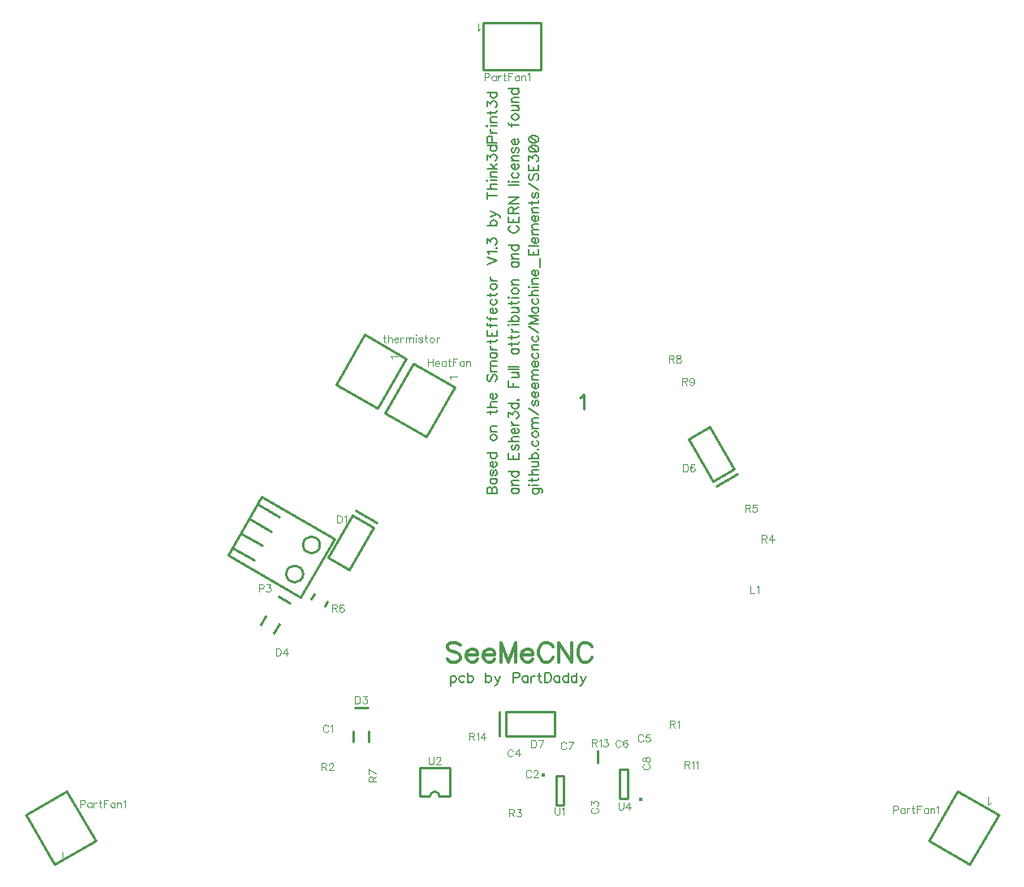
<source format=gbr>
G04 DipTrace 3.2.0.1*
G04 TopSilk.gbr*
%MOIN*%
G04 #@! TF.FileFunction,Legend,Top*
G04 #@! TF.Part,Single*
%ADD10C,0.01*%
%ADD38C,0.015395*%
%ADD86C,0.004632*%
%ADD88C,0.006176*%
%ADD90C,0.012351*%
%ADD91C,0.009264*%
%FSLAX26Y26*%
G04*
G70*
G90*
G75*
G01*
G04 TopSilk*
%LPD*%
X3356091Y1390001D2*
D10*
Y1441143D1*
X2437247Y2355317D2*
X2337258Y2182106D1*
X2250648Y2232106D1*
X2350657Y2405317D1*
X2437247Y2355317D1*
X2449751Y2376962D2*
X2363141Y2426962D1*
X2412509Y1616596D2*
X2357391D1*
X2416443Y1521128D2*
Y1477824D1*
X2353457Y1521128D2*
Y1477824D1*
X2092577Y2046394D2*
X2044845Y2073952D1*
X2048253Y1961740D2*
X2026599Y1924256D1*
X1993706Y1993238D2*
X1972052Y1955732D1*
X3828934Y2548321D2*
X3728925Y2721532D1*
X3815535Y2771531D1*
X3915524Y2598321D1*
X3828934Y2548321D1*
X3841418Y2526676D2*
X3928028Y2576675D1*
X2977642Y1599516D2*
X3177644D1*
Y1499516D1*
X2977642D1*
Y1599516D1*
X2952644D2*
Y1499516D1*
X1838461Y2243906D2*
X1976364Y2482736D1*
X2275140Y2310215D1*
X2137237Y2071385D1*
X1838461Y2243906D1*
X2077499Y2165646D2*
G02X2077499Y2165646I34498J0D01*
G01*
X2146494Y2285143D2*
G02X2146494Y2285143I34498J0D01*
G01*
X1855710Y2273770D2*
X1945360Y2222022D1*
X1890208Y2333539D2*
X1979858Y2281791D1*
X1924705Y2393267D2*
X2014355Y2341519D1*
X1959203Y2453036D2*
X2048853Y2401288D1*
X2282298Y2944970D2*
X2399906Y3148674D1*
X2569636Y3050684D1*
X2452029Y2846980D1*
X2282298Y2944970D1*
X2481411Y2827722D2*
X2599022Y3031419D1*
X2768728Y2933432D1*
X2651149Y2729736D1*
X2481411Y2827722D1*
X3121744Y4235177D2*
X2886539D1*
Y4431158D1*
X3121744D1*
Y4235177D1*
X1177193Y1274058D2*
X1294796Y1070362D1*
X1125072Y972375D1*
X1007469Y1176072D1*
X1177193Y1274058D1*
X4714236Y1069825D2*
X4831838Y1273522D1*
X5001562Y1175535D1*
X4883959Y971838D1*
X4714236Y1069825D1*
X2192366Y2083774D2*
X2180587Y2063374D1*
X2246854Y2052321D2*
X2235075Y2031921D1*
D38*
X3130825Y1341237D3*
X3184890Y1335974D2*
D10*
Y1217866D1*
X3216381Y1335974D2*
Y1217866D1*
X3184890D2*
X3216381D1*
X3184890Y1335974D2*
X3216381D1*
X2750010Y1252003D2*
Y1370113D1*
X2624042Y1252003D2*
Y1370113D1*
X2750010D2*
X2624042D1*
X2750010Y1252003D2*
X2706714D1*
X2667338D2*
X2624042D1*
X2706714D2*
G03X2667338Y1252003I-19688J13D01*
G01*
D38*
X3532771Y1238759D3*
X3478706Y1244022D2*
D10*
Y1362130D1*
X3447215Y1244022D2*
Y1362130D1*
X3478706D2*
X3447215D1*
X3478706Y1244022D2*
X3447215D1*
X2249948Y1539211D2*
D86*
X2248523Y1542062D1*
X2245637Y1544948D1*
X2242786Y1546373D1*
X2237049D1*
X2234164Y1544948D1*
X2231312Y1542062D1*
X2229852Y1539211D1*
X2228427Y1534900D1*
Y1527703D1*
X2229852Y1523426D1*
X2231312Y1520540D1*
X2234164Y1517689D1*
X2237049Y1516229D1*
X2242786D1*
X2245637Y1517689D1*
X2248523Y1520540D1*
X2249948Y1523426D1*
X2259212Y1540603D2*
X2262097Y1542062D1*
X2266408Y1546340D1*
Y1516229D1*
X3082245Y1353028D2*
X3080819Y1355880D1*
X3077934Y1358765D1*
X3075082Y1360191D1*
X3069345D1*
X3066460Y1358765D1*
X3063608Y1355880D1*
X3062149Y1353028D1*
X3060723Y1348717D1*
Y1341521D1*
X3062149Y1337243D1*
X3063608Y1334358D1*
X3066460Y1331506D1*
X3069345Y1330047D1*
X3075082D1*
X3077934Y1331506D1*
X3080819Y1334358D1*
X3082245Y1337243D1*
X3092968Y1352995D2*
Y1354421D1*
X3094394Y1357306D1*
X3095820Y1358732D1*
X3098705Y1360158D1*
X3104442D1*
X3107294Y1358732D1*
X3108720Y1357306D1*
X3110179Y1354421D1*
Y1351569D1*
X3108720Y1348684D1*
X3105868Y1344406D1*
X3091509Y1330047D1*
X3111605D1*
X3334544Y1203946D2*
X3331692Y1202520D1*
X3328807Y1199635D1*
X3327381Y1196783D1*
Y1191046D1*
X3328807Y1188161D1*
X3331692Y1185309D1*
X3334544Y1183850D1*
X3338855Y1182424D1*
X3346051D1*
X3350329Y1183850D1*
X3353214Y1185309D1*
X3356066Y1188161D1*
X3357525Y1191046D1*
Y1196783D1*
X3356066Y1199635D1*
X3353214Y1202520D1*
X3350329Y1203946D1*
X3327414Y1216095D2*
Y1231847D1*
X3338888Y1223258D1*
Y1227569D1*
X3340314Y1230421D1*
X3341740Y1231846D1*
X3346051Y1233306D1*
X3348903D1*
X3353214Y1231846D1*
X3356099Y1228995D1*
X3357525Y1224684D1*
Y1220373D1*
X3356099Y1216095D1*
X3354640Y1214669D1*
X3351788Y1213210D1*
X3007532Y1438279D2*
X3006106Y1441131D1*
X3003221Y1444016D1*
X3000369Y1445442D1*
X2994632D1*
X2991747Y1444016D1*
X2988895Y1441131D1*
X2987436Y1438279D1*
X2986010Y1433968D1*
Y1426772D1*
X2987436Y1422494D1*
X2988895Y1419609D1*
X2991747Y1416757D1*
X2994632Y1415298D1*
X3000369D1*
X3003221Y1416757D1*
X3006106Y1419609D1*
X3007532Y1422494D1*
X3031155Y1415298D2*
Y1445409D1*
X3016796Y1425346D1*
X3038318D1*
X3542218Y1500392D2*
X3540792Y1503244D1*
X3537907Y1506129D1*
X3535055Y1507555D1*
X3529318D1*
X3526433Y1506129D1*
X3523581Y1503244D1*
X3522122Y1500392D1*
X3520696Y1496081D1*
Y1488885D1*
X3522122Y1484607D1*
X3523581Y1481722D1*
X3526433Y1478870D1*
X3529318Y1477411D1*
X3535055D1*
X3537907Y1478870D1*
X3540792Y1481722D1*
X3542218Y1484607D1*
X3568692Y1507521D2*
X3554366D1*
X3552940Y1494622D1*
X3554366Y1496047D1*
X3558677Y1497507D1*
X3562955D1*
X3567266Y1496047D1*
X3570151Y1493196D1*
X3571577Y1488885D1*
Y1486033D1*
X3570151Y1481722D1*
X3567266Y1478837D1*
X3562955Y1477411D1*
X3558677D1*
X3554366Y1478837D1*
X3552940Y1480296D1*
X3551481Y1483148D1*
X3450778Y1477871D2*
X3449352Y1480723D1*
X3446467Y1483608D1*
X3443615Y1485034D1*
X3437878D1*
X3434993Y1483608D1*
X3432141Y1480723D1*
X3430682Y1477871D1*
X3429256Y1473560D1*
Y1466364D1*
X3430682Y1462086D1*
X3432141Y1459201D1*
X3434993Y1456349D1*
X3437878Y1454890D1*
X3443615D1*
X3446467Y1456349D1*
X3449352Y1459201D1*
X3450778Y1462086D1*
X3477252Y1480723D2*
X3475826Y1483574D1*
X3471515Y1485000D1*
X3468664D1*
X3464353Y1483574D1*
X3461467Y1479263D1*
X3460042Y1472101D1*
Y1464938D1*
X3461467Y1459201D1*
X3464353Y1456316D1*
X3468664Y1454890D1*
X3470090D1*
X3474367Y1456316D1*
X3477252Y1459201D1*
X3478678Y1463512D1*
Y1464938D1*
X3477252Y1469249D1*
X3474367Y1472101D1*
X3470090Y1473526D1*
X3468664D1*
X3464353Y1472101D1*
X3461467Y1469249D1*
X3460042Y1464938D1*
X3225567Y1469322D2*
X3224141Y1472174D1*
X3221256Y1475059D1*
X3218404Y1476485D1*
X3212667D1*
X3209782Y1475059D1*
X3206930Y1472174D1*
X3205471Y1469322D1*
X3204045Y1465011D1*
Y1457815D1*
X3205471Y1453537D1*
X3206930Y1450652D1*
X3209782Y1447800D1*
X3212667Y1446341D1*
X3218404D1*
X3221256Y1447800D1*
X3224141Y1450652D1*
X3225567Y1453537D1*
X3240567Y1446341D2*
X3254926Y1476452D1*
X3234830D1*
X3547244Y1385135D2*
X3544392Y1383709D1*
X3541507Y1380824D1*
X3540081Y1377972D1*
Y1372235D1*
X3541507Y1369350D1*
X3544392Y1366498D1*
X3547244Y1365039D1*
X3551555Y1363613D1*
X3558751D1*
X3563029Y1365039D1*
X3565914Y1366498D1*
X3568766Y1369350D1*
X3570225Y1372235D1*
Y1377972D1*
X3568766Y1380824D1*
X3565914Y1383709D1*
X3563029Y1385135D1*
X3540114Y1401561D2*
X3541540Y1397283D1*
X3544392Y1395824D1*
X3547277D1*
X3550129Y1397283D1*
X3551588Y1400135D1*
X3553014Y1405872D1*
X3554440Y1410183D1*
X3557325Y1413035D1*
X3560177Y1414461D1*
X3564488D1*
X3567340Y1413035D1*
X3568799Y1411609D1*
X3570225Y1407298D1*
Y1401561D1*
X3568799Y1397283D1*
X3567340Y1395824D1*
X3564488Y1394398D1*
X3560177D1*
X3557325Y1395824D1*
X3554440Y1398709D1*
X3553014Y1402987D1*
X3551588Y1408724D1*
X3550129Y1411609D1*
X3547277Y1413035D1*
X3544392D1*
X3541540Y1411609D1*
X3540114Y1407298D1*
Y1401561D1*
X2285710Y2406200D2*
Y2376056D1*
X2295758D1*
X2300069Y2377515D1*
X2302954Y2380367D1*
X2304380Y2383252D1*
X2305806Y2387530D1*
Y2394726D1*
X2304380Y2399037D1*
X2302954Y2401889D1*
X2300069Y2404774D1*
X2295758Y2406200D1*
X2285710D1*
X2315070Y2400430D2*
X2317955Y2401889D1*
X2322266Y2406167D1*
Y2376056D1*
X2360222Y1663803D2*
Y1633659D1*
X2370270D1*
X2374581Y1635118D1*
X2377466Y1637970D1*
X2378892Y1640855D1*
X2380318Y1645133D1*
Y1652329D1*
X2378892Y1656640D1*
X2377466Y1659492D1*
X2374581Y1662377D1*
X2370270Y1663803D1*
X2360222D1*
X2392467Y1663769D2*
X2408219D1*
X2399630Y1652295D1*
X2403941D1*
X2406793Y1650870D1*
X2408219Y1649444D1*
X2409678Y1645133D1*
Y1642281D1*
X2408219Y1637970D1*
X2405367Y1635085D1*
X2401056Y1633659D1*
X2396745D1*
X2392467Y1635085D1*
X2391041Y1636544D1*
X2389582Y1639396D1*
X2034399Y1860886D2*
Y1830742D1*
X2044447D1*
X2048758Y1832201D1*
X2051643Y1835053D1*
X2053069Y1837938D1*
X2054495Y1842216D1*
Y1849412D1*
X2053069Y1853723D1*
X2051643Y1856575D1*
X2048758Y1859460D1*
X2044447Y1860886D1*
X2034399D1*
X2078118Y1830742D2*
Y1860853D1*
X2063759Y1840790D1*
X2085281D1*
X3706709Y2616872D2*
Y2586728D1*
X3716757D1*
X3721068Y2588187D1*
X3723953Y2591039D1*
X3725379Y2593924D1*
X3726805Y2598202D1*
Y2605398D1*
X3725379Y2609709D1*
X3723953Y2612561D1*
X3721068Y2615446D1*
X3716757Y2616872D1*
X3706709D1*
X3753280Y2612561D2*
X3751854Y2615413D1*
X3747543Y2616839D1*
X3744691D1*
X3740380Y2615413D1*
X3737495Y2611102D1*
X3736069Y2603939D1*
Y2596776D1*
X3737495Y2591039D1*
X3740380Y2588154D1*
X3744691Y2586728D1*
X3746117D1*
X3750395Y2588154D1*
X3753280Y2591039D1*
X3754706Y2595350D1*
Y2596776D1*
X3753280Y2601087D1*
X3750395Y2603939D1*
X3746117Y2605365D1*
X3744691D1*
X3740380Y2603939D1*
X3737495Y2601087D1*
X3736069Y2596776D1*
X3083417Y1483450D2*
Y1453306D1*
X3093465D1*
X3097776Y1454765D1*
X3100661Y1457617D1*
X3102087Y1460502D1*
X3103513Y1464780D1*
Y1471976D1*
X3102087Y1476287D1*
X3100661Y1479139D1*
X3097776Y1482024D1*
X3093465Y1483450D1*
X3083417D1*
X3118513Y1453306D2*
X3132872Y1483416D1*
X3112776D1*
X3981035Y2117549D2*
Y2087405D1*
X3998246D1*
X4007509Y2111779D2*
X4010394Y2113238D1*
X4014705Y2117516D1*
Y2087405D1*
X1965028Y2106290D2*
X1977961D1*
X1982239Y2107716D1*
X1983698Y2109175D1*
X1985124Y2112027D1*
Y2116338D1*
X1983698Y2119190D1*
X1982239Y2120649D1*
X1977961Y2122075D1*
X1965028D1*
Y2091931D1*
X1997273Y2122042D2*
X2013025D1*
X2004436Y2110568D1*
X2008747D1*
X2011599Y2109142D1*
X2013025Y2107716D1*
X2014484Y2103405D1*
Y2100553D1*
X2013025Y2096242D1*
X2010173Y2093357D1*
X2005862Y2091931D1*
X2001551D1*
X1997273Y2093357D1*
X1995847Y2094816D1*
X1994388Y2097668D1*
X2478642Y3147608D2*
Y3123201D1*
X2480068Y3118923D1*
X2482953Y3117464D1*
X2485805D1*
X2474331Y3137560D2*
X2484379D1*
X2495068Y3147608D2*
Y3117464D1*
Y3131823D2*
X2499379Y3136134D1*
X2502264Y3137560D1*
X2506575D1*
X2509427Y3136134D1*
X2510853Y3131823D1*
Y3117464D1*
X2520117Y3128938D2*
X2537328D1*
Y3131823D1*
X2535902Y3134708D1*
X2534476Y3136134D1*
X2531591Y3137560D1*
X2527280D1*
X2524428Y3136134D1*
X2521543Y3133249D1*
X2520117Y3128938D1*
Y3126086D1*
X2521543Y3121775D1*
X2524428Y3118923D1*
X2527280Y3117464D1*
X2531591D1*
X2534476Y3118923D1*
X2537328Y3121775D1*
X2546591Y3137560D2*
Y3117464D1*
Y3128938D2*
X2548050Y3133249D1*
X2550902Y3136134D1*
X2553787Y3137560D1*
X2558098D1*
X2567362D2*
Y3117464D1*
Y3131823D2*
X2571673Y3136134D1*
X2574558Y3137560D1*
X2578836D1*
X2581721Y3136134D1*
X2583147Y3131823D1*
Y3117464D1*
Y3131823D2*
X2587458Y3136134D1*
X2590343Y3137560D1*
X2594621D1*
X2597506Y3136134D1*
X2598965Y3131823D1*
Y3117464D1*
X2608228Y3147608D2*
X2609654Y3146182D1*
X2611114Y3147608D1*
X2609654Y3149067D1*
X2608228Y3147608D1*
X2609654Y3137560D2*
Y3117464D1*
X2636162Y3133249D2*
X2634736Y3136134D1*
X2630425Y3137560D1*
X2626114D1*
X2621803Y3136134D1*
X2620377Y3133249D1*
X2621803Y3130397D1*
X2624688Y3128938D1*
X2631851Y3127512D1*
X2634736Y3126086D1*
X2636162Y3123201D1*
Y3121775D1*
X2634736Y3118923D1*
X2630425Y3117464D1*
X2626114D1*
X2621803Y3118923D1*
X2620377Y3121775D1*
X2649737Y3147608D2*
Y3123201D1*
X2651163Y3118923D1*
X2654048Y3117464D1*
X2656900D1*
X2645426Y3137560D2*
X2655474D1*
X2673326D2*
X2670474Y3136134D1*
X2667589Y3133249D1*
X2666163Y3128938D1*
Y3126086D1*
X2667589Y3121775D1*
X2670474Y3118923D1*
X2673326Y3117464D1*
X2677637D1*
X2680522Y3118923D1*
X2683374Y3121775D1*
X2684833Y3126086D1*
Y3128938D1*
X2683374Y3133249D1*
X2680522Y3136134D1*
X2677637Y3137560D1*
X2673326D1*
X2694097D2*
Y3117464D1*
Y3128938D2*
X2695556Y3133249D1*
X2698408Y3136134D1*
X2701293Y3137560D1*
X2705604D1*
X2658820Y3050133D2*
Y3019989D1*
X2678916Y3050133D2*
Y3019989D1*
X2658820Y3035774D2*
X2678916D1*
X2688180Y3031462D2*
X2705391D1*
Y3034348D1*
X2703965Y3037233D1*
X2702539Y3038659D1*
X2699654Y3040085D1*
X2695343D1*
X2692491Y3038659D1*
X2689606Y3035774D1*
X2688180Y3031462D1*
Y3028611D1*
X2689606Y3024300D1*
X2692491Y3021448D1*
X2695343Y3019989D1*
X2699654D1*
X2702539Y3021448D1*
X2705391Y3024300D1*
X2731865Y3040085D2*
Y3019989D1*
Y3035774D2*
X2729013Y3038659D1*
X2726128Y3040085D1*
X2721850D1*
X2718965Y3038659D1*
X2716113Y3035774D1*
X2714654Y3031462D1*
Y3028611D1*
X2716113Y3024300D1*
X2718965Y3021448D1*
X2721850Y3019989D1*
X2726128D1*
X2729013Y3021448D1*
X2731865Y3024300D1*
X2745440Y3050133D2*
Y3025726D1*
X2746866Y3021448D1*
X2749751Y3019989D1*
X2752603D1*
X2741129Y3040085D2*
X2751177D1*
X2780536Y3050133D2*
X2761866D1*
Y3019989D1*
Y3035774D2*
X2773340D1*
X2807011Y3040085D2*
Y3019989D1*
Y3035774D2*
X2804159Y3038659D1*
X2801274Y3040085D1*
X2796996D1*
X2794111Y3038659D1*
X2791259Y3035774D1*
X2789800Y3031462D1*
Y3028611D1*
X2791259Y3024300D1*
X2794111Y3021448D1*
X2796996Y3019989D1*
X2801274D1*
X2804159Y3021448D1*
X2807011Y3024300D1*
X2816274Y3040085D2*
Y3019989D1*
Y3034348D2*
X2820585Y3038659D1*
X2823470Y3040085D1*
X2827748D1*
X2830633Y3038659D1*
X2832059Y3034348D1*
Y3019989D1*
X2890971Y4207217D2*
X2903904D1*
X2908182Y4208643D1*
X2909641Y4210102D1*
X2911067Y4212954D1*
Y4217265D1*
X2909641Y4220117D1*
X2908182Y4221576D1*
X2903904Y4223002D1*
X2890971D1*
Y4192858D1*
X2937542Y4212954D2*
Y4192858D1*
Y4208643D2*
X2934690Y4211528D1*
X2931805Y4212954D1*
X2927527D1*
X2924642Y4211528D1*
X2921790Y4208643D1*
X2920331Y4204332D1*
Y4201480D1*
X2921790Y4197169D1*
X2924642Y4194317D1*
X2927527Y4192858D1*
X2931805D1*
X2934690Y4194317D1*
X2937542Y4197169D1*
X2946805Y4212954D2*
Y4192858D1*
Y4204332D2*
X2948264Y4208643D1*
X2951116Y4211528D1*
X2954001Y4212954D1*
X2958312D1*
X2971887Y4223002D2*
Y4198595D1*
X2973313Y4194317D1*
X2976198Y4192858D1*
X2979050D1*
X2967576Y4212954D2*
X2977624D1*
X3006983Y4223002D2*
X2988313D1*
Y4192858D1*
Y4208643D2*
X2999787D1*
X3033458Y4212954D2*
Y4192858D1*
Y4208643D2*
X3030606Y4211528D1*
X3027721Y4212954D1*
X3023443D1*
X3020558Y4211528D1*
X3017706Y4208643D1*
X3016247Y4204332D1*
Y4201480D1*
X3017706Y4197169D1*
X3020558Y4194317D1*
X3023443Y4192858D1*
X3027721D1*
X3030606Y4194317D1*
X3033458Y4197169D1*
X3042721Y4212954D2*
Y4192858D1*
Y4207217D2*
X3047032Y4211528D1*
X3049917Y4212954D1*
X3054195D1*
X3057080Y4211528D1*
X3058506Y4207217D1*
Y4192858D1*
X3067770Y4217232D2*
X3070655Y4218691D1*
X3074966Y4222969D1*
Y4192858D1*
X1231135Y1221414D2*
X1244068D1*
X1248346Y1222840D1*
X1249805Y1224300D1*
X1251231Y1227151D1*
Y1231462D1*
X1249805Y1234314D1*
X1248346Y1235774D1*
X1244068Y1237199D1*
X1231135D1*
Y1207055D1*
X1277706Y1227151D2*
Y1207055D1*
Y1222840D2*
X1274854Y1225726D1*
X1271969Y1227151D1*
X1267691D1*
X1264806Y1225726D1*
X1261954Y1222840D1*
X1260495Y1218529D1*
Y1215678D1*
X1261954Y1211366D1*
X1264806Y1208515D1*
X1267691Y1207055D1*
X1271969D1*
X1274854Y1208515D1*
X1277706Y1211366D1*
X1286969Y1227151D2*
Y1207055D1*
Y1218529D2*
X1288428Y1222840D1*
X1291280Y1225726D1*
X1294165Y1227151D1*
X1298476D1*
X1312051Y1237199D2*
Y1212792D1*
X1313477Y1208515D1*
X1316362Y1207055D1*
X1319214D1*
X1307740Y1227151D2*
X1317788D1*
X1347147Y1237199D2*
X1328477D1*
Y1207055D1*
Y1222840D2*
X1339951D1*
X1373622Y1227151D2*
Y1207055D1*
Y1222840D2*
X1370770Y1225726D1*
X1367885Y1227151D1*
X1363607D1*
X1360722Y1225726D1*
X1357870Y1222840D1*
X1356411Y1218529D1*
Y1215678D1*
X1357870Y1211366D1*
X1360722Y1208515D1*
X1363607Y1207055D1*
X1367885D1*
X1370770Y1208515D1*
X1373622Y1211366D1*
X1382885Y1227151D2*
Y1207055D1*
Y1221414D2*
X1387196Y1225726D1*
X1390081Y1227151D1*
X1394359D1*
X1397244Y1225726D1*
X1398670Y1221414D1*
Y1207055D1*
X1407934Y1231429D2*
X1410819Y1232888D1*
X1415130Y1237166D1*
Y1207055D1*
X4569151Y1197878D2*
X4582084D1*
X4586362Y1199304D1*
X4587821Y1200763D1*
X4589247Y1203615D1*
Y1207926D1*
X4587821Y1210778D1*
X4586362Y1212237D1*
X4582084Y1213663D1*
X4569151D1*
Y1183519D1*
X4615721Y1203615D2*
Y1183519D1*
Y1199304D2*
X4612869Y1202189D1*
X4609984Y1203615D1*
X4605706D1*
X4602821Y1202189D1*
X4599970Y1199304D1*
X4598510Y1194993D1*
Y1192141D1*
X4599970Y1187830D1*
X4602821Y1184978D1*
X4605706Y1183519D1*
X4609984D1*
X4612869Y1184978D1*
X4615721Y1187830D1*
X4624985Y1203615D2*
Y1183519D1*
Y1194993D2*
X4626444Y1199304D1*
X4629296Y1202189D1*
X4632181Y1203615D1*
X4636492D1*
X4650067Y1213663D2*
Y1189256D1*
X4651493Y1184978D1*
X4654378Y1183519D1*
X4657229D1*
X4645756Y1203615D2*
X4655804D1*
X4685163Y1213663D2*
X4666493D1*
Y1183519D1*
Y1199304D2*
X4677967D1*
X4711638Y1203615D2*
Y1183519D1*
Y1199304D2*
X4708786Y1202189D1*
X4705901Y1203615D1*
X4701623D1*
X4698738Y1202189D1*
X4695886Y1199304D1*
X4694427Y1194993D1*
Y1192141D1*
X4695886Y1187830D1*
X4698738Y1184978D1*
X4701623Y1183519D1*
X4705901D1*
X4708786Y1184978D1*
X4711638Y1187830D1*
X4720901Y1203615D2*
Y1183519D1*
Y1197878D2*
X4725212Y1202189D1*
X4728097Y1203615D1*
X4732375D1*
X4735260Y1202189D1*
X4736686Y1197878D1*
Y1183519D1*
X4745950Y1207893D2*
X4748835Y1209352D1*
X4753146Y1213630D1*
Y1183519D1*
X3652779Y1549421D2*
X3665679D1*
X3669990Y1550880D1*
X3671449Y1552306D1*
X3672875Y1555158D1*
Y1558043D1*
X3671449Y1560895D1*
X3669990Y1562354D1*
X3665679Y1563780D1*
X3652779D1*
Y1533636D1*
X3662827Y1549421D2*
X3672875Y1533636D1*
X3682138Y1558010D2*
X3685023Y1559469D1*
X3689334Y1563747D1*
Y1533636D1*
X2221819Y1374241D2*
X2234719D1*
X2239030Y1375701D1*
X2240490Y1377127D1*
X2241915Y1379978D1*
Y1382864D1*
X2240490Y1385715D1*
X2239030Y1387175D1*
X2234719Y1388601D1*
X2221819D1*
Y1358457D1*
X2231867Y1374241D2*
X2241915Y1358457D1*
X2252638Y1381404D2*
Y1382830D1*
X2254064Y1385715D1*
X2255490Y1387141D1*
X2258375Y1388567D1*
X2264112D1*
X2266964Y1387141D1*
X2268390Y1385715D1*
X2269849Y1382830D1*
Y1379978D1*
X2268390Y1377093D1*
X2265538Y1372816D1*
X2251179Y1358457D1*
X2271275D1*
X2992439Y1184794D2*
X3005339D1*
X3009650Y1186253D1*
X3011109Y1187679D1*
X3012535Y1190531D1*
Y1193416D1*
X3011109Y1196268D1*
X3009650Y1197727D1*
X3005339Y1199153D1*
X2992439D1*
Y1169009D1*
X3002487Y1184794D2*
X3012535Y1169009D1*
X3024684Y1199120D2*
X3040435D1*
X3031846Y1187646D1*
X3036157D1*
X3039009Y1186220D1*
X3040435Y1184794D1*
X3041894Y1180483D1*
Y1177631D1*
X3040435Y1173320D1*
X3037583Y1170435D1*
X3033272Y1169009D1*
X3028961D1*
X3024684Y1170435D1*
X3023258Y1171894D1*
X3021798Y1174746D1*
X4030091Y2310821D2*
X4042991D1*
X4047302Y2312280D1*
X4048761Y2313706D1*
X4050187Y2316558D1*
Y2319443D1*
X4048761Y2322295D1*
X4047302Y2323754D1*
X4042991Y2325180D1*
X4030091D1*
Y2295036D1*
X4040139Y2310821D2*
X4050187Y2295036D1*
X4073809D2*
Y2325147D1*
X4059450Y2305084D1*
X4080972D1*
X3960804Y2436116D2*
X3973704D1*
X3978015Y2437575D1*
X3979474Y2439001D1*
X3980900Y2441853D1*
Y2444738D1*
X3979474Y2447590D1*
X3978015Y2449049D1*
X3973704Y2450475D1*
X3960804D1*
Y2420331D1*
X3970852Y2436116D2*
X3980900Y2420331D1*
X4007374Y2450442D2*
X3993048D1*
X3991622Y2437542D1*
X3993048Y2438968D1*
X3997359Y2440427D1*
X4001637D1*
X4005948Y2438968D1*
X4008833Y2436116D1*
X4010259Y2431805D1*
Y2428953D1*
X4008833Y2424642D1*
X4005948Y2421757D1*
X4001637Y2420331D1*
X3997359D1*
X3993048Y2421757D1*
X3991622Y2423216D1*
X3990163Y2426068D1*
X2266301Y2025670D2*
X2279201D1*
X2283512Y2027129D1*
X2284971Y2028555D1*
X2286397Y2031407D1*
Y2034292D1*
X2284971Y2037144D1*
X2283512Y2038603D1*
X2279201Y2040029D1*
X2266301D1*
Y2009885D1*
X2276349Y2025670D2*
X2286397Y2009885D1*
X2312871Y2035718D2*
X2311446Y2038570D1*
X2307134Y2039996D1*
X2304283D1*
X2299972Y2038570D1*
X2297086Y2034259D1*
X2295661Y2027096D1*
Y2019933D1*
X2297086Y2014196D1*
X2299972Y2011311D1*
X2304283Y2009885D1*
X2305709D1*
X2309986Y2011311D1*
X2312871Y2014196D1*
X2314297Y2018507D1*
Y2019933D1*
X2312871Y2024244D1*
X2309986Y2027096D1*
X2305709Y2028522D1*
X2304283D1*
X2299972Y2027096D1*
X2297086Y2024244D1*
X2295661Y2019933D1*
X2431192Y1313292D2*
Y1326192D1*
X2429733Y1330503D1*
X2428307Y1331962D1*
X2425455Y1333388D1*
X2422570D1*
X2419718Y1331962D1*
X2418259Y1330503D1*
X2416833Y1326192D1*
Y1313292D1*
X2446977D1*
X2431192Y1323340D2*
X2446977Y1333388D1*
Y1348388D2*
X2416866Y1362748D1*
Y1342652D1*
X3648039Y3049415D2*
X3660939D1*
X3665250Y3050874D1*
X3666710Y3052300D1*
X3668135Y3055152D1*
Y3058037D1*
X3666710Y3060889D1*
X3665250Y3062348D1*
X3660939Y3063774D1*
X3648039D1*
Y3033630D1*
X3658087Y3049415D2*
X3668135Y3033630D1*
X3684562Y3063741D2*
X3680284Y3062315D1*
X3678825Y3059463D1*
Y3056578D1*
X3680284Y3053726D1*
X3683136Y3052267D1*
X3688873Y3050841D1*
X3693184Y3049415D1*
X3696036Y3046530D1*
X3697462Y3043678D1*
Y3039367D1*
X3696036Y3036515D1*
X3694610Y3035056D1*
X3690299Y3033630D1*
X3684562D1*
X3680284Y3035056D1*
X3678825Y3036515D1*
X3677399Y3039367D1*
Y3043678D1*
X3678825Y3046530D1*
X3681710Y3049415D1*
X3685988Y3050841D1*
X3691725Y3052267D1*
X3694610Y3053726D1*
X3696036Y3056578D1*
Y3059463D1*
X3694610Y3062315D1*
X3690299Y3063741D1*
X3684562D1*
X3702935Y2957300D2*
X3715835D1*
X3720146Y2958759D1*
X3721605Y2960185D1*
X3723031Y2963037D1*
Y2965922D1*
X3721605Y2968774D1*
X3720146Y2970233D1*
X3715835Y2971659D1*
X3702935D1*
Y2941515D1*
X3712983Y2957300D2*
X3723031Y2941515D1*
X3750965Y2961611D2*
X3749506Y2957300D1*
X3746654Y2954415D1*
X3742343Y2952989D1*
X3740917D1*
X3736606Y2954415D1*
X3733754Y2957300D1*
X3732295Y2961611D1*
Y2963037D1*
X3733754Y2967348D1*
X3736606Y2970200D1*
X3740917Y2971626D1*
X3742343D1*
X3746654Y2970200D1*
X3749506Y2967348D1*
X3750965Y2961611D1*
Y2954415D1*
X3749506Y2947252D1*
X3746654Y2942941D1*
X3742343Y2941515D1*
X3739491D1*
X3735180Y2942941D1*
X3733754Y2945826D1*
X3712477Y1382499D2*
X3725377D1*
X3729688Y1383958D1*
X3731147Y1385384D1*
X3732573Y1388236D1*
Y1391121D1*
X3731147Y1393973D1*
X3729688Y1395432D1*
X3725377Y1396858D1*
X3712477D1*
Y1366714D1*
X3722525Y1382499D2*
X3732573Y1366714D1*
X3741836Y1391088D2*
X3744721Y1392547D1*
X3749032Y1396825D1*
Y1366714D1*
X3758296Y1391088D2*
X3761181Y1392547D1*
X3765492Y1396825D1*
Y1366714D1*
X3332087Y1472419D2*
X3344987D1*
X3349298Y1473878D1*
X3350757Y1475304D1*
X3352183Y1478156D1*
Y1481041D1*
X3350757Y1483893D1*
X3349298Y1485352D1*
X3344987Y1486778D1*
X3332087D1*
Y1456634D1*
X3342135Y1472419D2*
X3352183Y1456634D1*
X3361447Y1481008D2*
X3364332Y1482467D1*
X3368643Y1486745D1*
Y1456634D1*
X3380791Y1486745D2*
X3396543D1*
X3387954Y1475271D1*
X3392265D1*
X3395117Y1473845D1*
X3396543Y1472419D1*
X3398002Y1468108D1*
Y1465256D1*
X3396543Y1460945D1*
X3393691Y1458060D1*
X3389380Y1456634D1*
X3385069D1*
X3380791Y1458060D1*
X3379365Y1459519D1*
X3377906Y1462371D1*
X2828493Y1498581D2*
X2841393D1*
X2845704Y1500040D1*
X2847164Y1501466D1*
X2848589Y1504318D1*
Y1507203D1*
X2847164Y1510055D1*
X2845704Y1511514D1*
X2841393Y1512940D1*
X2828493D1*
Y1482796D1*
X2838541Y1498581D2*
X2848589Y1482796D1*
X2857853Y1507170D2*
X2860738Y1508629D1*
X2865049Y1512907D1*
Y1482796D1*
X2888672D2*
Y1512907D1*
X2874313Y1492844D1*
X2895835D1*
X3180086Y1205296D2*
Y1183774D1*
X3181512Y1179463D1*
X3184397Y1176611D1*
X3188708Y1175152D1*
X3191560D1*
X3195871Y1176611D1*
X3198756Y1179463D1*
X3200182Y1183774D1*
Y1205296D1*
X3209445Y1199526D2*
X3212330Y1200985D1*
X3216641Y1205263D1*
Y1175152D1*
X2662298Y1414047D2*
Y1392525D1*
X2663724Y1388214D1*
X2666609Y1385362D1*
X2670921Y1383903D1*
X2673772D1*
X2678083Y1385362D1*
X2680969Y1388214D1*
X2682394Y1392525D1*
Y1414047D1*
X2693117Y1406851D2*
Y1408277D1*
X2694543Y1411162D1*
X2695969Y1412588D1*
X2698854Y1414014D1*
X2704591D1*
X2707443Y1412588D1*
X2708869Y1411162D1*
X2710328Y1408277D1*
Y1405425D1*
X2708869Y1402540D1*
X2706017Y1398262D1*
X2691658Y1383903D1*
X2711754D1*
X3440693Y1226604D2*
Y1205082D1*
X3442119Y1200771D1*
X3445004Y1197920D1*
X3449315Y1196460D1*
X3452167D1*
X3456478Y1197920D1*
X3459363Y1200771D1*
X3460789Y1205082D1*
Y1226604D1*
X3484412Y1196460D2*
Y1226571D1*
X3470053Y1206508D1*
X3491575D1*
X2901972Y2496273D2*
D88*
X2942164D1*
X2942165Y2513517D1*
X2940219Y2519265D1*
X2938318Y2521166D1*
X2934515Y2523068D1*
X2928767D1*
X2924920Y2521166D1*
X2923019Y2519265D1*
X2921118Y2513517D1*
X2919172Y2519265D1*
X2917271Y2521166D1*
X2913469Y2523068D1*
X2909622D1*
X2905819Y2521166D1*
X2903874Y2519265D1*
X2901973Y2513517D1*
X2901972Y2496273D1*
X2921118D2*
Y2513517D1*
X2915370Y2558367D2*
X2942165D1*
X2921118D2*
X2917271Y2554564D1*
X2915370Y2550718D1*
Y2545014D1*
X2917271Y2541167D1*
X2921118Y2537365D1*
X2926866Y2535419D1*
X2930668D1*
X2936416Y2537364D1*
X2940219Y2541167D1*
X2942165Y2545014D1*
Y2550718D1*
X2940219Y2554564D1*
X2936416Y2558367D1*
X2921118Y2591765D2*
X2917271Y2589864D1*
X2915370Y2584116D1*
Y2578368D1*
X2917271Y2572620D1*
X2921118Y2570718D1*
X2924920Y2572620D1*
X2926866Y2576466D1*
X2928767Y2586017D1*
X2930668Y2589864D1*
X2934515Y2591765D1*
X2936416D1*
X2940219Y2589864D1*
X2942164Y2584116D1*
Y2578368D1*
X2940219Y2572620D1*
X2936416Y2570718D1*
X2926866Y2604116D2*
Y2627064D1*
X2923019D1*
X2919172Y2625163D1*
X2917271Y2623262D1*
X2915370Y2619415D1*
Y2613667D1*
X2917271Y2609864D1*
X2921118Y2606018D1*
X2926866Y2604116D1*
X2930668D1*
X2936416Y2606018D1*
X2940219Y2609864D1*
X2942164Y2613667D1*
Y2619415D1*
X2940219Y2623262D1*
X2936416Y2627064D1*
X2901973Y2662364D2*
X2942164D1*
X2921118D2*
X2917271Y2658561D1*
X2915370Y2654714D1*
Y2648966D1*
X2917271Y2645164D1*
X2921118Y2641317D1*
X2926866Y2639416D1*
X2930668D1*
X2936416Y2641317D1*
X2940219Y2645164D1*
X2942164Y2648966D1*
Y2654714D1*
X2940219Y2658561D1*
X2936416Y2662364D1*
X2915370Y2723146D2*
X2917271Y2719344D1*
X2921118Y2715497D1*
X2926866Y2713596D1*
X2930668D1*
X2936416Y2715497D1*
X2940219Y2719344D1*
X2942164Y2723146D1*
Y2728894D1*
X2940219Y2732741D1*
X2936416Y2736544D1*
X2930668Y2738489D1*
X2926866D1*
X2921118Y2736544D1*
X2917271Y2732741D1*
X2915370Y2728894D1*
Y2723146D1*
Y2750840D2*
X2942164D1*
X2923019D2*
X2917271Y2756589D1*
X2915370Y2760435D1*
Y2766139D1*
X2917271Y2769986D1*
X2923019Y2771887D1*
X2942164D1*
X2901972Y2828867D2*
X2934515D1*
X2940219Y2830769D1*
X2942164Y2834615D1*
Y2838418D1*
X2915370Y2823119D2*
Y2836517D1*
X2901972Y2850769D2*
X2942164D1*
X2923019D2*
X2917271Y2856517D1*
X2915370Y2860364D1*
Y2866112D1*
X2917271Y2869915D1*
X2923019Y2871816D1*
X2942164D1*
X2926866Y2884167D2*
Y2907115D1*
X2923019D1*
X2919172Y2905214D1*
X2917271Y2903313D1*
X2915370Y2899466D1*
Y2893718D1*
X2917271Y2889915D1*
X2921118Y2886069D1*
X2926866Y2884167D1*
X2930668D1*
X2936416Y2886069D1*
X2940219Y2889915D1*
X2942164Y2893718D1*
Y2899466D1*
X2940219Y2903313D1*
X2936416Y2907115D1*
X2907721Y2985142D2*
X2903874Y2981340D1*
X2901972Y2975592D1*
Y2967942D1*
X2903874Y2962194D1*
X2907721Y2958347D1*
X2911523D1*
X2915370Y2960293D1*
X2917271Y2962194D1*
X2919172Y2965997D1*
X2923019Y2977493D1*
X2924920Y2981340D1*
X2926866Y2983241D1*
X2930668Y2985142D1*
X2936416D1*
X2940219Y2981340D1*
X2942164Y2975592D1*
Y2967942D1*
X2940219Y2962194D1*
X2936416Y2958347D1*
X2915370Y2997493D2*
X2942164D1*
X2923019D2*
X2917271Y3003242D1*
X2915370Y3007088D1*
Y3012792D1*
X2917271Y3016639D1*
X2923019Y3018540D1*
X2942164D1*
X2923019D2*
X2917271Y3024288D1*
X2915370Y3028135D1*
Y3033839D1*
X2917271Y3037685D1*
X2923019Y3039631D1*
X2942164D1*
X2915370Y3074930D2*
X2942164D1*
X2921118D2*
X2917271Y3071128D1*
X2915370Y3067281D1*
Y3061577D1*
X2917271Y3057730D1*
X2921118Y3053928D1*
X2926866Y3051982D1*
X2930668D1*
X2936416Y3053928D1*
X2940219Y3057730D1*
X2942164Y3061577D1*
Y3067281D1*
X2940219Y3071128D1*
X2936416Y3074930D1*
X2915370Y3087282D2*
X2942164D1*
X2926866D2*
X2921118Y3089227D1*
X2917271Y3093030D1*
X2915370Y3096876D1*
Y3102625D1*
X2901972Y3120724D2*
X2934515D1*
X2940219Y3122625D1*
X2942164Y3126472D1*
Y3130275D1*
X2915370Y3114976D2*
Y3128373D1*
X2901972Y3167475D2*
Y3142626D1*
X2942164D1*
Y3167475D1*
X2921118Y3142626D2*
Y3157925D1*
X2901972Y3195125D2*
Y3191323D1*
X2903874Y3187476D1*
X2909622Y3185575D1*
X2942164D1*
X2915370Y3179826D2*
Y3193224D1*
X2901972Y3222775D2*
Y3218973D1*
X2903874Y3215126D1*
X2909622Y3213225D1*
X2942164D1*
X2915370Y3207476D2*
Y3220874D1*
X2926866Y3235126D2*
Y3258074D1*
X2923019D1*
X2919172Y3256173D1*
X2917271Y3254272D1*
X2915370Y3250425D1*
Y3244677D1*
X2917271Y3240875D1*
X2921118Y3237028D1*
X2926866Y3235126D1*
X2930668D1*
X2936416Y3237028D1*
X2940219Y3240875D1*
X2942164Y3244677D1*
Y3250425D1*
X2940219Y3254272D1*
X2936416Y3258074D1*
X2921118Y3293418D2*
X2917271Y3289571D1*
X2915370Y3285724D1*
Y3280021D1*
X2917271Y3276174D1*
X2921118Y3272371D1*
X2926866Y3270426D1*
X2930668D1*
X2936416Y3272371D1*
X2940219Y3276174D1*
X2942164Y3280021D1*
Y3285724D1*
X2940219Y3289571D1*
X2936416Y3293418D1*
X2901972Y3311517D2*
X2934515D1*
X2940219Y3313419D1*
X2942164Y3317265D1*
Y3321068D1*
X2915370Y3305769D2*
Y3319167D1*
Y3342970D2*
X2917271Y3339167D1*
X2921118Y3335321D1*
X2926866Y3333419D1*
X2930668D1*
X2936416Y3335321D1*
X2940219Y3339167D1*
X2942164Y3342970D1*
Y3348718D1*
X2940219Y3352565D1*
X2936416Y3356367D1*
X2930668Y3358313D1*
X2926866D1*
X2921118Y3356367D1*
X2917271Y3352565D1*
X2915370Y3348718D1*
Y3342970D1*
Y3370664D2*
X2942164D1*
X2926866D2*
X2921118Y3372610D1*
X2917271Y3376412D1*
X2915370Y3380259D1*
Y3386007D1*
X2901972Y3437239D2*
X2942164Y3452538D1*
X2901972Y3467836D1*
X2909666Y3480188D2*
X2907721Y3484034D1*
X2902017Y3489783D1*
X2942164D1*
X2938318Y3504035D2*
X2940263Y3502134D1*
X2942164Y3504035D1*
X2940263Y3505981D1*
X2938318Y3504035D1*
X2902017Y3522179D2*
Y3543181D1*
X2917315Y3531729D1*
Y3537477D1*
X2919217Y3541280D1*
X2921118Y3543181D1*
X2926866Y3545127D1*
X2930668D1*
X2936416Y3543181D1*
X2940263Y3539379D1*
X2942164Y3533631D1*
Y3527883D1*
X2940263Y3522179D1*
X2938318Y3520278D1*
X2934515Y3518332D1*
X2901972Y3596359D2*
X2942164D1*
X2921118D2*
X2917271Y3600206D1*
X2915370Y3604008D1*
Y3609756D1*
X2917271Y3613559D1*
X2921118Y3617406D1*
X2926866Y3619307D1*
X2930668D1*
X2936416Y3617406D1*
X2940219Y3613559D1*
X2942164Y3609756D1*
Y3604008D1*
X2940219Y3600206D1*
X2936416Y3596359D1*
X2915370Y3633604D2*
X2942164Y3645056D1*
X2949814Y3641253D1*
X2953661Y3637406D1*
X2955562Y3633604D1*
Y3631658D1*
X2915370Y3656552D2*
X2942164Y3645056D1*
X2901972Y3721181D2*
X2942164D1*
X2901972Y3707784D2*
Y3734578D1*
Y3746930D2*
X2942164D1*
X2923019D2*
X2917271Y3752678D1*
X2915370Y3756525D1*
Y3762273D1*
X2917271Y3766075D1*
X2923019Y3767976D1*
X2942164D1*
X2901972Y3780328D2*
X2903874Y3782229D1*
X2901972Y3784175D1*
X2900027Y3782229D1*
X2901972Y3780328D1*
X2915370Y3782229D2*
X2942164D1*
X2915370Y3796526D2*
X2942164D1*
X2923019D2*
X2917271Y3802274D1*
X2915370Y3806121D1*
Y3811825D1*
X2917271Y3815671D1*
X2923019Y3817573D1*
X2942164D1*
X2901972Y3829924D2*
X2942164D1*
X2915370Y3849069D2*
X2934515Y3829924D1*
X2926866Y3837573D2*
X2942164Y3850971D1*
X2902017Y3867169D2*
Y3888171D1*
X2917315Y3876719D1*
Y3882467D1*
X2919217Y3886270D1*
X2921118Y3888171D1*
X2926866Y3890117D1*
X2930668D1*
X2936416Y3888171D1*
X2940263Y3884369D1*
X2942164Y3878621D1*
Y3872873D1*
X2940263Y3867169D1*
X2938318Y3865268D1*
X2934515Y3863322D1*
X2901972Y3925416D2*
X2942164D1*
X2921118D2*
X2917271Y3921614D1*
X2915370Y3917767D1*
Y3912019D1*
X2917271Y3908216D1*
X2921118Y3904369D1*
X2926866Y3902468D1*
X2930668D1*
X2936416Y3904369D1*
X2940219Y3908216D1*
X2942164Y3912019D1*
Y3917767D1*
X2940219Y3921614D1*
X2936416Y3925416D1*
X2923019Y3937767D2*
Y3955012D1*
X2921118Y3960715D1*
X2919172Y3962661D1*
X2915370Y3964562D1*
X2909622D1*
X2905819Y3962661D1*
X2903874Y3960715D1*
X2901972Y3955012D1*
Y3937767D1*
X2942164D1*
X2915370Y3976914D2*
X2942164D1*
X2926866D2*
X2921118Y3978859D1*
X2917271Y3982662D1*
X2915370Y3986508D1*
Y3992256D1*
X2901972Y4004608D2*
X2903874Y4006509D1*
X2901972Y4008455D1*
X2900027Y4006509D1*
X2901972Y4004608D1*
X2915370Y4006509D2*
X2942164D1*
X2915370Y4020806D2*
X2942164D1*
X2923019D2*
X2917271Y4026554D1*
X2915370Y4030401D1*
Y4036105D1*
X2917271Y4039951D1*
X2923019Y4041853D1*
X2942164D1*
X2901972Y4059952D2*
X2934515D1*
X2940219Y4061853D1*
X2942164Y4065700D1*
Y4069503D1*
X2915370Y4054204D2*
Y4067601D1*
X2902017Y4085701D2*
Y4106703D1*
X2917315Y4095251D1*
Y4100999D1*
X2919217Y4104802D1*
X2921118Y4106703D1*
X2926866Y4108649D1*
X2930668D1*
X2936416Y4106703D1*
X2940263Y4102901D1*
X2942164Y4097153D1*
Y4091405D1*
X2940263Y4085701D1*
X2938318Y4083799D1*
X2934515Y4081854D1*
X2901972Y4143948D2*
X2942164D1*
X2921118D2*
X2917271Y4140145D1*
X2915370Y4136299D1*
Y4130551D1*
X2917271Y4126748D1*
X2921118Y4122901D1*
X2926866Y4121000D1*
X2930668D1*
X2936416Y4122901D1*
X2940219Y4126748D1*
X2942164Y4130551D1*
Y4136299D1*
X2940219Y4140145D1*
X2936416Y4143948D1*
X3003971Y2518119D2*
X3030766Y2518118D1*
X3009719Y2518119D2*
X3005872Y2514316D1*
X3003971Y2510469D1*
Y2504765D1*
X3005872Y2500919D1*
X3009719Y2497116D1*
X3015467Y2495171D1*
X3019269D1*
X3025017Y2497116D1*
X3028820Y2500919D1*
X3030766Y2504765D1*
Y2510469D1*
X3028820Y2514316D1*
X3025018Y2518118D1*
X3003971Y2530470D2*
X3030766D1*
X3011620D2*
X3005872Y2536218D1*
X3003971Y2540065D1*
Y2545768D1*
X3005872Y2549615D1*
X3011620Y2551517D1*
X3030766Y2551516D1*
X2990574Y2586816D2*
X3030766D1*
X3009719D2*
X3005872Y2583013D1*
X3003971Y2579167D1*
Y2573418D1*
X3005872Y2569616D1*
X3009719Y2565769D1*
X3015467Y2563868D1*
X3019270D1*
X3025018Y2565769D1*
X3028820Y2569616D1*
X3030766Y2573418D1*
Y2579166D1*
X3028820Y2583013D1*
X3025018Y2586816D1*
X2990574Y2662897D2*
Y2638048D1*
X3030766D1*
Y2662897D1*
X3009719Y2638048D2*
Y2653347D1*
Y2696295D2*
X3005872Y2694394D1*
X3003971Y2688646D1*
Y2682898D1*
X3005872Y2677150D1*
X3009719Y2675249D1*
X3013521Y2677150D1*
X3015467Y2680997D1*
X3017368Y2690547D1*
X3019269Y2694394D1*
X3023116Y2696295D1*
X3025018D1*
X3028820Y2694394D1*
X3030766Y2688646D1*
Y2682898D1*
X3028820Y2677150D1*
X3025018Y2675249D1*
X2990574Y2708647D2*
X3030766D1*
X3011620D2*
X3005872Y2714395D1*
X3003971Y2718241D1*
Y2723989D1*
X3005872Y2727792D1*
X3011620Y2729693D1*
X3030766D1*
X3015467Y2742045D2*
Y2764993D1*
X3011620D1*
X3007773Y2763091D1*
X3005872Y2761190D1*
X3003971Y2757343D1*
Y2751595D1*
X3005872Y2747793D1*
X3009719Y2743946D1*
X3015467Y2742045D1*
X3019269D1*
X3025017Y2743946D1*
X3028820Y2747793D1*
X3030766Y2751595D1*
Y2757343D1*
X3028820Y2761190D1*
X3025017Y2764993D1*
X3003971Y2777344D2*
X3030766D1*
X3015467D2*
X3009719Y2779289D1*
X3005872Y2783092D1*
X3003971Y2786939D1*
Y2792687D1*
X2990618Y2808885D2*
Y2829887D1*
X3005916Y2818435D1*
Y2824183D1*
X3007818Y2827986D1*
X3009719Y2829887D1*
X3015467Y2831833D1*
X3019269D1*
X3025017Y2829887D1*
X3028864Y2826085D1*
X3030766Y2820337D1*
Y2814589D1*
X3028864Y2808885D1*
X3026919Y2806984D1*
X3023116Y2805038D1*
X2990574Y2867132D2*
X3030766D1*
X3009719D2*
X3005872Y2863330D1*
X3003971Y2859483D1*
Y2853735D1*
X3005872Y2849932D1*
X3009719Y2846085D1*
X3015467Y2844184D1*
X3019269D1*
X3025017Y2846085D1*
X3028820Y2849932D1*
X3030766Y2853735D1*
Y2859483D1*
X3028820Y2863330D1*
X3025017Y2867132D1*
X3026919Y2881385D2*
X3028864Y2879484D1*
X3030766Y2881385D1*
X3028864Y2883330D1*
X3026919Y2881385D1*
X2990574Y2959456D2*
Y2934562D1*
X3030766D1*
X3009719D2*
Y2949861D1*
X3003971Y2971807D2*
X3023116D1*
X3028820Y2973709D1*
X3030766Y2977555D1*
Y2983303D1*
X3028820Y2987106D1*
X3023116Y2992854D1*
X3003971D2*
X3030766D1*
X2990574Y3005205D2*
X3030766D1*
X2990574Y3017557D2*
X3030766D1*
X3003971Y3091737D2*
X3030766D1*
X3009719D2*
X3005872Y3087934D1*
X3003971Y3084087D1*
Y3078384D1*
X3005872Y3074537D1*
X3009719Y3070734D1*
X3015467Y3068789D1*
X3019269D1*
X3025017Y3070734D1*
X3028820Y3074537D1*
X3030766Y3078384D1*
Y3084087D1*
X3028820Y3087934D1*
X3025017Y3091737D1*
X2990574Y3109836D2*
X3023116D1*
X3028820Y3111737D1*
X3030766Y3115584D1*
Y3119387D1*
X3003971Y3104088D2*
Y3117485D1*
X2990574Y3137486D2*
X3023116D1*
X3028820Y3139387D1*
X3030766Y3143234D1*
Y3147037D1*
X3003971Y3131738D2*
Y3145135D1*
Y3159388D2*
X3030766D1*
X3015467D2*
X3009719Y3161334D1*
X3005872Y3165136D1*
X3003971Y3168983D1*
Y3174731D1*
X2990574Y3187082D2*
X2992475Y3188984D1*
X2990574Y3190929D1*
X2988628Y3188984D1*
X2990574Y3187082D1*
X3003971Y3188984D2*
X3030766D1*
X2990574Y3203281D2*
X3030766D1*
X3009719D2*
X3005872Y3207127D1*
X3003971Y3210930D1*
Y3216678D1*
X3005872Y3220480D1*
X3009719Y3224327D1*
X3015467Y3226228D1*
X3019269D1*
X3025017Y3224327D1*
X3028820Y3220480D1*
X3030766Y3216678D1*
Y3210930D1*
X3028820Y3207127D1*
X3025017Y3203281D1*
X3003971Y3238580D2*
X3023116D1*
X3028820Y3240481D1*
X3030766Y3244328D1*
Y3250076D1*
X3028820Y3253878D1*
X3023116Y3259626D1*
X3003971D2*
X3030766D1*
X2990574Y3277726D2*
X3023116D1*
X3028820Y3279627D1*
X3030766Y3283474D1*
Y3287276D1*
X3003971Y3271978D2*
Y3285375D1*
X2990574Y3299628D2*
X2992475Y3301529D1*
X2990574Y3303475D1*
X2988628Y3301529D1*
X2990574Y3299628D1*
X3003971Y3301529D2*
X3030766D1*
X3003971Y3325377D2*
X3005872Y3321574D1*
X3009719Y3317727D1*
X3015467Y3315826D1*
X3019269D1*
X3025017Y3317727D1*
X3028820Y3321574D1*
X3030766Y3325377D1*
Y3331125D1*
X3028820Y3334971D1*
X3025017Y3338774D1*
X3019269Y3340719D1*
X3015467D1*
X3009719Y3338774D1*
X3005872Y3334971D1*
X3003971Y3331125D1*
Y3325377D1*
Y3353071D2*
X3030766D1*
X3011620D2*
X3005872Y3358819D1*
X3003971Y3362666D1*
Y3368369D1*
X3005872Y3372216D1*
X3011620Y3374117D1*
X3030766D1*
X3003971Y3448298D2*
X3030766D1*
X3009719D2*
X3005872Y3444495D1*
X3003971Y3440648D1*
Y3434944D1*
X3005872Y3431098D1*
X3009719Y3427295D1*
X3015467Y3425350D1*
X3019269D1*
X3025017Y3427295D1*
X3028820Y3431098D1*
X3030766Y3434944D1*
Y3440648D1*
X3028820Y3444495D1*
X3025017Y3448298D1*
X3003971Y3460649D2*
X3030766D1*
X3011620D2*
X3005872Y3466397D1*
X3003971Y3470244D1*
Y3475948D1*
X3005872Y3479794D1*
X3011620Y3481696D1*
X3030766D1*
X2990574Y3516995D2*
X3030766D1*
X3009719D2*
X3005872Y3513192D1*
X3003971Y3509346D1*
Y3503598D1*
X3005872Y3499795D1*
X3009719Y3495948D1*
X3015467Y3494047D1*
X3019269D1*
X3025017Y3495948D1*
X3028820Y3499795D1*
X3030766Y3503598D1*
Y3509346D1*
X3028820Y3513192D1*
X3025017Y3516995D1*
X3000124Y3596923D2*
X2996322Y3595022D1*
X2992475Y3591175D1*
X2990574Y3587372D1*
Y3579723D1*
X2992475Y3575876D1*
X2996322Y3572074D1*
X3000124Y3570128D1*
X3005872Y3568227D1*
X3015467D1*
X3021171Y3570128D1*
X3025017Y3572074D1*
X3028820Y3575876D1*
X3030766Y3579723D1*
Y3587372D1*
X3028820Y3591175D1*
X3025017Y3595022D1*
X3021171Y3596923D1*
X2990574Y3634124D2*
Y3609274D1*
X3030766D1*
Y3634124D1*
X3009719Y3609274D2*
Y3624573D1*
Y3646475D2*
Y3663675D1*
X3007773Y3669423D1*
X3005872Y3671368D1*
X3002070Y3673270D1*
X2998223D1*
X2994420Y3671368D1*
X2992475Y3669423D1*
X2990574Y3663675D1*
Y3646475D1*
X3030766D1*
X3009719Y3659872D2*
X3030766Y3673270D1*
X2990574Y3712416D2*
X3030766D1*
X2990574Y3685621D1*
X3030766D1*
X2990574Y3763648D2*
X3030766D1*
X2990574Y3775999D2*
X2992475Y3777901D1*
X2990574Y3779846D1*
X2988628Y3777901D1*
X2990574Y3775999D1*
X3003971Y3777901D2*
X3030766D1*
X3009719Y3815190D2*
X3005872Y3811343D1*
X3003971Y3807496D1*
Y3801792D1*
X3005872Y3797945D1*
X3009719Y3794143D1*
X3015467Y3792197D1*
X3019269D1*
X3025017Y3794143D1*
X3028820Y3797945D1*
X3030766Y3801792D1*
Y3807496D1*
X3028820Y3811343D1*
X3025017Y3815190D1*
X3015467Y3827541D2*
Y3850489D1*
X3011620D1*
X3007773Y3848588D1*
X3005872Y3846686D1*
X3003971Y3842840D1*
Y3837092D1*
X3005872Y3833289D1*
X3009719Y3829442D1*
X3015467Y3827541D1*
X3019269D1*
X3025017Y3829442D1*
X3028820Y3833289D1*
X3030766Y3837092D1*
Y3842840D1*
X3028820Y3846686D1*
X3025017Y3850489D1*
X3003971Y3862840D2*
X3030766D1*
X3011620D2*
X3005872Y3868588D1*
X3003971Y3872435D1*
Y3878139D1*
X3005872Y3881986D1*
X3011620Y3883887D1*
X3030766D1*
X3009719Y3917285D2*
X3005872Y3915384D1*
X3003971Y3909636D1*
Y3903888D1*
X3005872Y3898140D1*
X3009719Y3896238D1*
X3013521Y3898140D1*
X3015467Y3901986D1*
X3017368Y3911537D1*
X3019269Y3915384D1*
X3023116Y3917285D1*
X3025017D1*
X3028820Y3915384D1*
X3030766Y3909636D1*
Y3903888D1*
X3028820Y3898140D1*
X3025017Y3896238D1*
X3015467Y3929636D2*
Y3952584D1*
X3011620D1*
X3007773Y3950683D1*
X3005872Y3948782D1*
X3003971Y3944935D1*
Y3939187D1*
X3005872Y3935384D1*
X3009719Y3931538D1*
X3015467Y3929636D1*
X3019269D1*
X3025017Y3931538D1*
X3028820Y3935384D1*
X3030766Y3939187D1*
Y3944935D1*
X3028820Y3948782D1*
X3025017Y3952584D1*
X2990574Y4019115D2*
Y4015312D1*
X2992475Y4011466D1*
X2998223Y4009564D1*
X3030766D1*
X3003971Y4003816D2*
Y4017214D1*
Y4041017D2*
X3005872Y4037214D1*
X3009719Y4033368D1*
X3015467Y4031466D1*
X3019269D1*
X3025017Y4033368D1*
X3028820Y4037214D1*
X3030766Y4041017D1*
Y4046765D1*
X3028820Y4050612D1*
X3025017Y4054414D1*
X3019269Y4056360D1*
X3015467D1*
X3009719Y4054414D1*
X3005872Y4050612D1*
X3003971Y4046765D1*
Y4041017D1*
Y4068711D2*
X3023116D1*
X3028820Y4070612D1*
X3030766Y4074459D1*
Y4080207D1*
X3028820Y4084010D1*
X3023116Y4089758D1*
X3003971D2*
X3030766D1*
X3003971Y4102109D2*
X3030766D1*
X3011620D2*
X3005872Y4107857D1*
X3003971Y4111704D1*
Y4117408D1*
X3005872Y4121255D1*
X3011620Y4123156D1*
X3030766D1*
X2990574Y4158455D2*
X3030766D1*
X3009719D2*
X3005872Y4154653D1*
X3003971Y4150806D1*
Y4145058D1*
X3005872Y4141255D1*
X3009719Y4137409D1*
X3015467Y4135507D1*
X3019269D1*
X3025017Y4137409D1*
X3028820Y4141255D1*
X3030766Y4145058D1*
Y4150806D1*
X3028820Y4154653D1*
X3025017Y4158455D1*
X3088053Y2517188D2*
X3118695D1*
X3124398Y2515287D1*
X3126344Y2513385D1*
X3128245Y2509539D1*
Y2503791D1*
X3126344Y2499988D1*
X3093801Y2517188D2*
X3089999Y2513386D1*
X3088053Y2509539D1*
Y2503791D1*
X3089999Y2499988D1*
X3093801Y2496141D1*
X3099549Y2494240D1*
X3103396D1*
X3109100Y2496141D1*
X3112947Y2499988D1*
X3114848Y2503791D1*
Y2509539D1*
X3112947Y2513385D1*
X3109100Y2517188D1*
X3072755Y2529539D2*
X3074656Y2531441D1*
X3072755Y2533386D1*
X3070809Y2531441D1*
X3072755Y2529539D1*
X3086152Y2531441D2*
X3112947D1*
X3072755Y2551486D2*
X3105297D1*
X3111001Y2553387D1*
X3112947Y2557234D1*
Y2561036D1*
X3086152Y2545738D2*
Y2559135D1*
X3072755Y2573388D2*
X3112947D1*
X3093801D2*
X3088053Y2579136D1*
X3086152Y2582982D1*
Y2588730D1*
X3088053Y2592533D1*
X3093801Y2594434D1*
X3112947D1*
X3086152Y2606786D2*
X3105297D1*
X3111001Y2608687D1*
X3112947Y2612534D1*
Y2618282D1*
X3111001Y2622084D1*
X3105297Y2627832D1*
X3086152D2*
X3112947D1*
X3072755Y2640184D2*
X3112947D1*
X3091900D2*
X3088053Y2644030D1*
X3086152Y2647833D1*
Y2653581D1*
X3088053Y2657384D1*
X3091900Y2661230D1*
X3097648Y2663132D1*
X3101451D1*
X3107199Y2661230D1*
X3111001Y2657384D1*
X3112947Y2653581D1*
Y2647833D1*
X3111001Y2644030D1*
X3107199Y2640184D1*
X3109100Y2677384D2*
X3111045Y2675483D1*
X3112947Y2677384D1*
X3111045Y2679330D1*
X3109100Y2677384D1*
X3091900Y2714673D2*
X3088053Y2710826D1*
X3086152Y2706980D1*
Y2701276D1*
X3088053Y2697429D1*
X3091900Y2693627D1*
X3097648Y2691681D1*
X3101451D1*
X3107199Y2693627D1*
X3111001Y2697429D1*
X3112947Y2701276D1*
Y2706980D1*
X3111001Y2710826D1*
X3107199Y2714673D1*
X3086152Y2736575D2*
X3088053Y2732773D1*
X3091900Y2728926D1*
X3097648Y2727025D1*
X3101451D1*
X3107199Y2728926D1*
X3111001Y2732773D1*
X3112947Y2736575D1*
Y2742323D1*
X3111001Y2746170D1*
X3107199Y2749973D1*
X3101451Y2751918D1*
X3097648D1*
X3091900Y2749973D1*
X3088053Y2746170D1*
X3086152Y2742323D1*
Y2736575D1*
Y2764269D2*
X3112947D1*
X3093801D2*
X3088053Y2770017D1*
X3086152Y2773864D1*
Y2779568D1*
X3088053Y2783415D1*
X3093801Y2785316D1*
X3112947D1*
X3093801D2*
X3088053Y2791064D1*
X3086152Y2794911D1*
Y2800615D1*
X3088053Y2804461D1*
X3093801Y2806407D1*
X3112947D1*
Y2818758D2*
X3072799Y2845553D1*
X3091900Y2878951D2*
X3088053Y2877050D1*
X3086152Y2871302D1*
Y2865554D1*
X3088053Y2859806D1*
X3091900Y2857904D1*
X3095703Y2859806D1*
X3097648Y2863652D1*
X3099549Y2873203D1*
X3101451Y2877050D1*
X3105297Y2878951D1*
X3107199D1*
X3111001Y2877050D1*
X3112947Y2871302D1*
Y2865554D1*
X3111001Y2859806D1*
X3107199Y2857904D1*
X3097648Y2891302D2*
Y2914250D1*
X3093801D1*
X3089955Y2912349D1*
X3088053Y2910448D1*
X3086152Y2906601D1*
Y2900853D1*
X3088053Y2897050D1*
X3091900Y2893204D1*
X3097648Y2891302D1*
X3101451D1*
X3107199Y2893204D1*
X3111001Y2897050D1*
X3112947Y2900853D1*
Y2906601D1*
X3111001Y2910448D1*
X3107199Y2914250D1*
X3097648Y2926602D2*
Y2949550D1*
X3093801D1*
X3089955Y2947648D1*
X3088053Y2945747D1*
X3086152Y2941900D1*
Y2936152D1*
X3088053Y2932350D1*
X3091900Y2928503D1*
X3097648Y2926602D1*
X3101451D1*
X3107199Y2928503D1*
X3111001Y2932350D1*
X3112947Y2936152D1*
Y2941900D1*
X3111001Y2945747D1*
X3107199Y2949550D1*
X3086152Y2961901D2*
X3112947D1*
X3093801D2*
X3088053Y2967649D1*
X3086152Y2971496D1*
Y2977200D1*
X3088053Y2981046D1*
X3093801Y2982948D1*
X3112947D1*
X3093801D2*
X3088053Y2988696D1*
X3086152Y2992542D1*
Y2998246D1*
X3088053Y3002093D1*
X3093801Y3004039D1*
X3112947D1*
X3097648Y3016390D2*
Y3039338D1*
X3093801D1*
X3089955Y3037437D1*
X3088053Y3035535D1*
X3086152Y3031689D1*
Y3025940D1*
X3088053Y3022138D1*
X3091900Y3018291D1*
X3097648Y3016390D1*
X3101451D1*
X3107199Y3018291D1*
X3111001Y3022138D1*
X3112947Y3025940D1*
Y3031689D1*
X3111001Y3035535D1*
X3107199Y3039338D1*
X3091900Y3074681D2*
X3088053Y3070835D1*
X3086152Y3066988D1*
Y3061284D1*
X3088053Y3057437D1*
X3091900Y3053635D1*
X3097648Y3051689D1*
X3101451D1*
X3107199Y3053635D1*
X3111001Y3057437D1*
X3112947Y3061284D1*
Y3066988D1*
X3111001Y3070835D1*
X3107199Y3074681D1*
X3086152Y3087033D2*
X3112947D1*
X3093801D2*
X3088053Y3092781D1*
X3086152Y3096628D1*
Y3102331D1*
X3088053Y3106178D1*
X3093801Y3108079D1*
X3112947D1*
X3091900Y3143423D2*
X3088053Y3139576D1*
X3086152Y3135729D1*
Y3130026D1*
X3088053Y3126179D1*
X3091900Y3122376D1*
X3097648Y3120431D1*
X3101451D1*
X3107199Y3122376D1*
X3111001Y3126179D1*
X3112947Y3130026D1*
Y3135729D1*
X3111001Y3139576D1*
X3107199Y3143423D1*
X3112947Y3155774D2*
X3072799Y3182569D1*
X3112947Y3225518D2*
X3072755D1*
X3112947Y3210219D1*
X3072755Y3194920D1*
X3112947D1*
X3086152Y3260817D2*
X3112947D1*
X3091900D2*
X3088053Y3257014D1*
X3086152Y3253168D1*
Y3247464D1*
X3088053Y3243617D1*
X3091900Y3239814D1*
X3097648Y3237869D1*
X3101451D1*
X3107199Y3239814D1*
X3111001Y3243617D1*
X3112947Y3247464D1*
Y3253168D1*
X3111001Y3257014D1*
X3107199Y3260817D1*
X3091900Y3296160D2*
X3088053Y3292314D1*
X3086152Y3288467D1*
Y3282763D1*
X3088053Y3278916D1*
X3091900Y3275114D1*
X3097648Y3273168D1*
X3101451D1*
X3107199Y3275114D1*
X3111001Y3278916D1*
X3112947Y3282763D1*
Y3288467D1*
X3111001Y3292314D1*
X3107199Y3296160D1*
X3072755Y3308512D2*
X3112947D1*
X3093801D2*
X3088053Y3314260D1*
X3086152Y3318107D1*
Y3323855D1*
X3088053Y3327657D1*
X3093801Y3329558D1*
X3112947D1*
X3072755Y3341910D2*
X3074656Y3343811D1*
X3072755Y3345757D1*
X3070809Y3343811D1*
X3072755Y3341910D1*
X3086152Y3343811D2*
X3112947D1*
X3086152Y3358108D2*
X3112947D1*
X3093801D2*
X3088053Y3363856D1*
X3086152Y3367703D1*
Y3373407D1*
X3088053Y3377253D1*
X3093801Y3379155D1*
X3112947D1*
X3097648Y3391506D2*
Y3414454D1*
X3093801D1*
X3089955Y3412553D1*
X3088053Y3410651D1*
X3086152Y3406805D1*
Y3401057D1*
X3088053Y3397254D1*
X3091900Y3393407D1*
X3097648Y3391506D1*
X3101451D1*
X3107199Y3393407D1*
X3111001Y3397254D1*
X3112947Y3401057D1*
Y3406805D1*
X3111001Y3410651D1*
X3107199Y3414454D1*
X3119579Y3426805D2*
Y3463151D1*
X3072755Y3500351D2*
Y3475502D1*
X3112947D1*
Y3500351D1*
X3091900Y3475502D2*
Y3490801D1*
X3072755Y3512703D2*
X3112947D1*
X3097648Y3525054D2*
Y3548002D1*
X3093801D1*
X3089955Y3546101D1*
X3088053Y3544199D1*
X3086152Y3540353D1*
Y3534605D1*
X3088053Y3530802D1*
X3091900Y3526955D1*
X3097648Y3525054D1*
X3101451D1*
X3107199Y3526955D1*
X3111001Y3530802D1*
X3112947Y3534605D1*
Y3540353D1*
X3111001Y3544199D1*
X3107199Y3548002D1*
X3086152Y3560353D2*
X3112947D1*
X3093801D2*
X3088053Y3566101D1*
X3086152Y3569948D1*
Y3575652D1*
X3088053Y3579499D1*
X3093801Y3581400D1*
X3112947D1*
X3093801D2*
X3088053Y3587148D1*
X3086152Y3590995D1*
Y3596699D1*
X3088053Y3600545D1*
X3093801Y3602491D1*
X3112947D1*
X3097648Y3614842D2*
Y3637790D1*
X3093801D1*
X3089955Y3635889D1*
X3088053Y3633988D1*
X3086152Y3630141D1*
Y3624393D1*
X3088053Y3620590D1*
X3091900Y3616743D1*
X3097648Y3614842D1*
X3101451D1*
X3107199Y3616743D1*
X3111001Y3620590D1*
X3112947Y3624393D1*
Y3630141D1*
X3111001Y3633988D1*
X3107199Y3637790D1*
X3086152Y3650141D2*
X3112947D1*
X3093801D2*
X3088053Y3655889D1*
X3086152Y3659736D1*
Y3665440D1*
X3088053Y3669287D1*
X3093801Y3671188D1*
X3112947D1*
X3072755Y3689288D2*
X3105297D1*
X3111001Y3691189D1*
X3112947Y3695036D1*
Y3698838D1*
X3086152Y3683539D2*
Y3696937D1*
X3091900Y3732236D2*
X3088053Y3730335D1*
X3086152Y3724587D1*
Y3718839D1*
X3088053Y3713091D1*
X3091900Y3711189D1*
X3095703Y3713091D1*
X3097648Y3716938D1*
X3099549Y3726488D1*
X3101451Y3730335D1*
X3105297Y3732236D1*
X3107199D1*
X3111001Y3730335D1*
X3112947Y3724587D1*
Y3718839D1*
X3111001Y3713091D1*
X3107199Y3711189D1*
X3112947Y3744588D2*
X3072799Y3771382D1*
X3078503Y3810528D2*
X3074656Y3806726D1*
X3072755Y3800978D1*
Y3793328D1*
X3074656Y3787580D1*
X3078503Y3783734D1*
X3082305D1*
X3086152Y3785679D1*
X3088053Y3787580D1*
X3089954Y3791383D1*
X3093801Y3802879D1*
X3095703Y3806726D1*
X3097648Y3808627D1*
X3101451Y3810528D1*
X3107199D1*
X3111001Y3806726D1*
X3112947Y3800978D1*
Y3793328D1*
X3111001Y3787580D1*
X3107199Y3783734D1*
X3072755Y3847729D2*
Y3822880D1*
X3112947D1*
Y3847729D1*
X3091900Y3822880D2*
Y3838178D1*
X3072799Y3863927D2*
Y3884929D1*
X3088097Y3873478D1*
Y3879226D1*
X3089999Y3883028D1*
X3091900Y3884929D1*
X3097648Y3886875D1*
X3101451D1*
X3107199Y3884929D1*
X3111045Y3881127D1*
X3112947Y3875379D1*
Y3869631D1*
X3111045Y3863927D1*
X3109100Y3862026D1*
X3105297Y3860080D1*
X3072799Y3910722D2*
X3074700Y3904974D1*
X3080448Y3901128D1*
X3089999Y3899226D1*
X3095747D1*
X3105297Y3901128D1*
X3111045Y3904974D1*
X3112947Y3910722D1*
Y3914525D1*
X3111045Y3920273D1*
X3105297Y3924075D1*
X3095747Y3926021D1*
X3089999D1*
X3080448Y3924075D1*
X3074700Y3920273D1*
X3072799Y3914525D1*
Y3910722D1*
X3080448Y3924075D2*
X3105297Y3901128D1*
X3072799Y3949868D2*
X3074700Y3944120D1*
X3080448Y3940274D1*
X3089999Y3938372D1*
X3095747D1*
X3105297Y3940274D1*
X3111045Y3944120D1*
X3112947Y3949868D1*
Y3953671D1*
X3111045Y3959419D1*
X3105297Y3963222D1*
X3095747Y3965167D1*
X3089999D1*
X3080448Y3963222D1*
X3074700Y3959419D1*
X3072799Y3953671D1*
Y3949868D1*
X3080448Y3963222D2*
X3105297Y3940274D1*
X2791450Y1872955D2*
D90*
X2783845Y1880649D1*
X2772349Y1884451D1*
X2757050D1*
X2745554Y1880649D1*
X2737861Y1872955D1*
Y1865350D1*
X2741752Y1857657D1*
X2745554Y1853854D1*
X2753159Y1850052D1*
X2776151Y1842358D1*
X2783845Y1838556D1*
X2787648Y1834665D1*
X2791450Y1827060D1*
Y1815563D1*
X2783845Y1807958D1*
X2772349Y1804067D1*
X2757050D1*
X2745554Y1807958D1*
X2737861Y1815563D1*
X2816153Y1834665D2*
X2862049D1*
Y1842358D1*
X2858246Y1850052D1*
X2854444Y1853854D1*
X2846750Y1857657D1*
X2835254D1*
X2827649Y1853854D1*
X2819955Y1846161D1*
X2816153Y1834665D1*
Y1827060D1*
X2819955Y1815563D1*
X2827649Y1807958D1*
X2835254Y1804067D1*
X2846750D1*
X2854444Y1807958D1*
X2862049Y1815563D1*
X2886751Y1834665D2*
X2932647D1*
Y1842358D1*
X2928845Y1850052D1*
X2925042Y1853854D1*
X2917349Y1857657D1*
X2905853D1*
X2898248Y1853854D1*
X2890554Y1846161D1*
X2886751Y1834665D1*
Y1827060D1*
X2890554Y1815563D1*
X2898248Y1807958D1*
X2905853Y1804067D1*
X2917349D1*
X2925042Y1807958D1*
X2932647Y1815563D1*
X3018545Y1804067D2*
Y1884451D1*
X2987947Y1804067D1*
X2957350Y1884451D1*
Y1804067D1*
X3043247Y1834665D2*
X3089143D1*
Y1842358D1*
X3085341Y1850052D1*
X3081538Y1853854D1*
X3073845Y1857657D1*
X3062348D1*
X3054743Y1853854D1*
X3047050Y1846161D1*
X3043247Y1834665D1*
Y1827060D1*
X3047050Y1815563D1*
X3054743Y1807958D1*
X3062348Y1804067D1*
X3073845D1*
X3081538Y1807958D1*
X3089143Y1815563D1*
X3171238Y1865350D2*
X3167435Y1872955D1*
X3159742Y1880649D1*
X3152137Y1884451D1*
X3136838D1*
X3129145Y1880649D1*
X3121539Y1872955D1*
X3117648Y1865350D1*
X3113846Y1853854D1*
Y1834665D1*
X3117648Y1823257D1*
X3121539Y1815563D1*
X3129145Y1807958D1*
X3136838Y1804067D1*
X3152137D1*
X3159742Y1807958D1*
X3167435Y1815563D1*
X3171238Y1823257D1*
X3249530Y1884451D2*
Y1804067D1*
X3195941Y1884451D1*
Y1804067D1*
X3331625Y1865350D2*
X3327822Y1872955D1*
X3320129Y1880649D1*
X3312523Y1884451D1*
X3297225D1*
X3289531Y1880649D1*
X3281926Y1872955D1*
X3278035Y1865350D1*
X3274233Y1853854D1*
Y1834665D1*
X3278035Y1823257D1*
X3281926Y1815563D1*
X3289531Y1807958D1*
X3297225Y1804067D1*
X3312523D1*
X3320129Y1807958D1*
X3327822Y1815563D1*
X3331625Y1823257D1*
X3283172Y2891485D2*
D91*
X3288943Y2894403D1*
X3297565Y2902959D1*
Y2842737D1*
X2751773Y1747621D2*
D88*
Y1707429D1*
Y1741873D2*
X2755620Y1745676D1*
X2759422Y1747621D1*
X2765170D1*
X2769017Y1745676D1*
X2772820Y1741873D1*
X2774765Y1736125D1*
Y1732278D1*
X2772820Y1726574D1*
X2769017Y1722728D1*
X2765170Y1720826D1*
X2759422D1*
X2755620Y1722728D1*
X2751773Y1726574D1*
X2810109Y1741873D2*
X2806262Y1745720D1*
X2802415Y1747621D1*
X2796711D1*
X2792864Y1745720D1*
X2789062Y1741873D1*
X2787116Y1736125D1*
Y1732322D1*
X2789062Y1726574D1*
X2792864Y1722772D1*
X2796711Y1720826D1*
X2802415D1*
X2806262Y1722772D1*
X2810109Y1726574D1*
X2822460Y1761018D2*
Y1720826D1*
Y1741873D2*
X2826307Y1745720D1*
X2830109Y1747621D1*
X2835857D1*
X2839660Y1745720D1*
X2843507Y1741873D1*
X2845408Y1736125D1*
Y1732322D1*
X2843507Y1726574D1*
X2839660Y1722772D1*
X2835857Y1720826D1*
X2830109D1*
X2826307Y1722772D1*
X2822460Y1726574D1*
X2896640Y1761018D2*
Y1720826D1*
Y1741873D2*
X2900487Y1745720D1*
X2904289Y1747621D1*
X2910037D1*
X2913840Y1745720D1*
X2917687Y1741873D1*
X2919588Y1736125D1*
Y1732322D1*
X2917687Y1726574D1*
X2913840Y1722772D1*
X2910037Y1720826D1*
X2904289D1*
X2900487Y1722772D1*
X2896640Y1726574D1*
X2933885Y1747621D2*
X2945337Y1720826D1*
X2941534Y1713177D1*
X2937687Y1709330D1*
X2933885Y1707429D1*
X2931939D1*
X2956833Y1747621D2*
X2945337Y1720826D1*
X3008065Y1739972D2*
X3025309D1*
X3031013Y1741873D1*
X3032958Y1743818D1*
X3034860Y1747621D1*
Y1753369D1*
X3032958Y1757172D1*
X3031013Y1759117D1*
X3025309Y1761018D1*
X3008065D1*
Y1720826D1*
X3070159Y1747621D2*
Y1720826D1*
Y1741873D2*
X3066356Y1745720D1*
X3062510Y1747621D1*
X3056806D1*
X3052959Y1745720D1*
X3049156Y1741873D1*
X3047211Y1736125D1*
Y1732322D1*
X3049156Y1726574D1*
X3052959Y1722772D1*
X3056806Y1720826D1*
X3062510D1*
X3066356Y1722772D1*
X3070159Y1726574D1*
X3082510Y1747621D2*
Y1720826D1*
Y1736125D2*
X3084456Y1741873D1*
X3088258Y1745720D1*
X3092105Y1747621D1*
X3097853D1*
X3115953Y1761018D2*
Y1728476D1*
X3117854Y1722772D1*
X3121701Y1720826D1*
X3125503D1*
X3110204Y1747621D2*
X3123602D1*
X3137854Y1761018D2*
Y1720826D1*
X3151252D1*
X3157000Y1722772D1*
X3160847Y1726574D1*
X3162748Y1730421D1*
X3164649Y1736125D1*
Y1745720D1*
X3162748Y1751468D1*
X3160847Y1755270D1*
X3157000Y1759117D1*
X3151252Y1761018D1*
X3137854D1*
X3199948Y1747621D2*
Y1720826D1*
Y1741873D2*
X3196146Y1745720D1*
X3192299Y1747621D1*
X3186595D1*
X3182749Y1745720D1*
X3178946Y1741873D1*
X3177001Y1736125D1*
Y1732322D1*
X3178946Y1726574D1*
X3182749Y1722772D1*
X3186595Y1720826D1*
X3192299D1*
X3196146Y1722772D1*
X3199948Y1726574D1*
X3235248Y1761018D2*
Y1720826D1*
Y1741873D2*
X3231445Y1745720D1*
X3227598Y1747621D1*
X3221850D1*
X3218048Y1745720D1*
X3214201Y1741873D1*
X3212300Y1736125D1*
Y1732322D1*
X3214201Y1726574D1*
X3218048Y1722772D1*
X3221850Y1720826D1*
X3227598D1*
X3231445Y1722772D1*
X3235248Y1726574D1*
X3270547Y1761018D2*
Y1720826D1*
Y1741873D2*
X3266745Y1745720D1*
X3262898Y1747621D1*
X3257150D1*
X3253347Y1745720D1*
X3249500Y1741873D1*
X3247599Y1736125D1*
Y1732322D1*
X3249500Y1726574D1*
X3253347Y1722772D1*
X3257150Y1720826D1*
X3262898D1*
X3266745Y1722772D1*
X3270547Y1726574D1*
X3284844Y1747621D2*
X3296296Y1720826D1*
X3292493Y1713177D1*
X3288647Y1709330D1*
X3284844Y1707429D1*
X3282898D1*
X3307792Y1747621D2*
X3296296Y1720826D1*
X2512799Y3051702D2*
D86*
X2511340Y3054587D1*
X2507062Y3058898D1*
X2537173D1*
X2753156Y2968391D2*
X2751697Y2971276D1*
X2747419Y2975587D1*
X2777530D1*
X2871712Y4403477D2*
X2868827Y4402017D1*
X2864516Y4397740D1*
Y4427851D1*
X1166803Y999301D2*
X1163918Y997842D1*
X1159607Y993564D1*
Y1023675D1*
X4967727Y1224122D2*
X4964842Y1222663D1*
X4960530Y1218385D1*
X4960531Y1248496D1*
M02*

</source>
